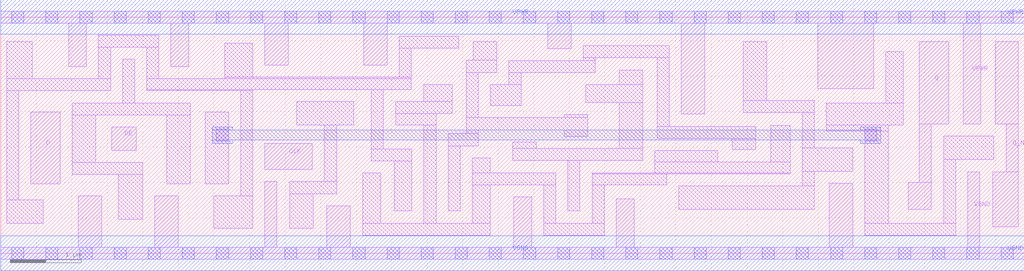
<source format=lef>
# Copyright 2020 The SkyWater PDK Authors
#
# Licensed under the Apache License, Version 2.0 (the "License");
# you may not use this file except in compliance with the License.
# You may obtain a copy of the License at
#
#     https://www.apache.org/licenses/LICENSE-2.0
#
# Unless required by applicable law or agreed to in writing, software
# distributed under the License is distributed on an "AS IS" BASIS,
# WITHOUT WARRANTIES OR CONDITIONS OF ANY KIND, either express or implied.
# See the License for the specific language governing permissions and
# limitations under the License.
#
# SPDX-License-Identifier: Apache-2.0

VERSION 5.7 ;
  NAMESCASESENSITIVE ON ;
  NOWIREEXTENSIONATPIN ON ;
  DIVIDERCHAR "/" ;
  BUSBITCHARS "[]" ;
UNITS
  DATABASE MICRONS 200 ;
END UNITS
MACRO sky130_fd_sc_ls__edfxbp_1
  CLASS CORE ;
  SOURCE USER ;
  FOREIGN sky130_fd_sc_ls__edfxbp_1 ;
  ORIGIN  0.000000  0.000000 ;
  SIZE  14.40000 BY  3.330000 ;
  SYMMETRY X Y ;
  SITE unit ;
  PIN D
    ANTENNAGATEAREA  0.126000 ;
    DIRECTION INPUT ;
    USE SIGNAL ;
    PORT
      LAYER li1 ;
        RECT 0.425000 0.980000 0.835000 1.990000 ;
    END
  END D
  PIN DE
    ANTENNAGATEAREA  0.285000 ;
    DIRECTION INPUT ;
    USE SIGNAL ;
    PORT
      LAYER li1 ;
        RECT 1.565000 1.450000 1.905000 1.780000 ;
    END
  END DE
  PIN Q
    ANTENNADIFFAREA  0.541300 ;
    DIRECTION OUTPUT ;
    USE SIGNAL ;
    PORT
      LAYER li1 ;
        RECT 12.765000 0.620000 13.095000 1.000000 ;
        RECT 12.925000 1.000000 13.095000 1.820000 ;
        RECT 12.925000 1.820000 13.340000 2.980000 ;
    END
  END Q
  PIN Q_N
    ANTENNADIFFAREA  0.541300 ;
    DIRECTION OUTPUT ;
    USE SIGNAL ;
    PORT
      LAYER li1 ;
        RECT 13.955000 0.370000 14.315000 1.150000 ;
        RECT 13.990000 1.820000 14.315000 2.980000 ;
        RECT 14.145000 1.150000 14.315000 1.820000 ;
    END
  END Q_N
  PIN CLK
    ANTENNAGATEAREA  0.279000 ;
    DIRECTION INPUT ;
    USE CLOCK ;
    PORT
      LAYER li1 ;
        RECT 3.715000 1.180000 4.385000 1.550000 ;
    END
  END CLK
  PIN VGND
    DIRECTION INOUT ;
    SHAPE ABUTMENT ;
    USE GROUND ;
    PORT
      LAYER li1 ;
        RECT  0.000000 -0.085000 14.400000 0.085000 ;
        RECT  1.090000  0.085000  1.420000 0.810000 ;
        RECT  2.170000  0.085000  2.500000 0.810000 ;
        RECT  3.715000  0.085000  3.885000 1.010000 ;
        RECT  4.585000  0.085000  4.915000 0.670000 ;
        RECT  7.220000  0.085000  7.470000 0.795000 ;
        RECT  8.660000  0.085000  8.910000 0.770000 ;
        RECT 11.655000  0.085000 11.985000 0.985000 ;
        RECT 13.605000  0.085000 13.775000 1.150000 ;
      LAYER mcon ;
        RECT  0.155000 -0.085000  0.325000 0.085000 ;
        RECT  0.635000 -0.085000  0.805000 0.085000 ;
        RECT  1.115000 -0.085000  1.285000 0.085000 ;
        RECT  1.595000 -0.085000  1.765000 0.085000 ;
        RECT  2.075000 -0.085000  2.245000 0.085000 ;
        RECT  2.555000 -0.085000  2.725000 0.085000 ;
        RECT  3.035000 -0.085000  3.205000 0.085000 ;
        RECT  3.515000 -0.085000  3.685000 0.085000 ;
        RECT  3.995000 -0.085000  4.165000 0.085000 ;
        RECT  4.475000 -0.085000  4.645000 0.085000 ;
        RECT  4.955000 -0.085000  5.125000 0.085000 ;
        RECT  5.435000 -0.085000  5.605000 0.085000 ;
        RECT  5.915000 -0.085000  6.085000 0.085000 ;
        RECT  6.395000 -0.085000  6.565000 0.085000 ;
        RECT  6.875000 -0.085000  7.045000 0.085000 ;
        RECT  7.355000 -0.085000  7.525000 0.085000 ;
        RECT  7.835000 -0.085000  8.005000 0.085000 ;
        RECT  8.315000 -0.085000  8.485000 0.085000 ;
        RECT  8.795000 -0.085000  8.965000 0.085000 ;
        RECT  9.275000 -0.085000  9.445000 0.085000 ;
        RECT  9.755000 -0.085000  9.925000 0.085000 ;
        RECT 10.235000 -0.085000 10.405000 0.085000 ;
        RECT 10.715000 -0.085000 10.885000 0.085000 ;
        RECT 11.195000 -0.085000 11.365000 0.085000 ;
        RECT 11.675000 -0.085000 11.845000 0.085000 ;
        RECT 12.155000 -0.085000 12.325000 0.085000 ;
        RECT 12.635000 -0.085000 12.805000 0.085000 ;
        RECT 13.115000 -0.085000 13.285000 0.085000 ;
        RECT 13.595000 -0.085000 13.765000 0.085000 ;
        RECT 14.075000 -0.085000 14.245000 0.085000 ;
      LAYER met1 ;
        RECT 0.000000 -0.245000 14.400000 0.245000 ;
    END
  END VGND
  PIN VPWR
    DIRECTION INOUT ;
    SHAPE ABUTMENT ;
    USE POWER ;
    PORT
      LAYER li1 ;
        RECT  0.000000 3.245000 14.400000 3.415000 ;
        RECT  0.955000 2.630000  1.205000 3.245000 ;
        RECT  2.395000 2.630000  2.645000 3.245000 ;
        RECT  3.715000 2.650000  4.045000 3.245000 ;
        RECT  5.105000 2.650000  5.435000 3.245000 ;
        RECT  7.695000 2.885000  8.025000 3.245000 ;
        RECT  9.575000 1.960000  9.905000 3.245000 ;
        RECT 11.495000 2.325000 12.280000 3.245000 ;
        RECT 13.540000 1.820000 13.790000 3.245000 ;
      LAYER mcon ;
        RECT  0.155000 3.245000  0.325000 3.415000 ;
        RECT  0.635000 3.245000  0.805000 3.415000 ;
        RECT  1.115000 3.245000  1.285000 3.415000 ;
        RECT  1.595000 3.245000  1.765000 3.415000 ;
        RECT  2.075000 3.245000  2.245000 3.415000 ;
        RECT  2.555000 3.245000  2.725000 3.415000 ;
        RECT  3.035000 3.245000  3.205000 3.415000 ;
        RECT  3.515000 3.245000  3.685000 3.415000 ;
        RECT  3.995000 3.245000  4.165000 3.415000 ;
        RECT  4.475000 3.245000  4.645000 3.415000 ;
        RECT  4.955000 3.245000  5.125000 3.415000 ;
        RECT  5.435000 3.245000  5.605000 3.415000 ;
        RECT  5.915000 3.245000  6.085000 3.415000 ;
        RECT  6.395000 3.245000  6.565000 3.415000 ;
        RECT  6.875000 3.245000  7.045000 3.415000 ;
        RECT  7.355000 3.245000  7.525000 3.415000 ;
        RECT  7.835000 3.245000  8.005000 3.415000 ;
        RECT  8.315000 3.245000  8.485000 3.415000 ;
        RECT  8.795000 3.245000  8.965000 3.415000 ;
        RECT  9.275000 3.245000  9.445000 3.415000 ;
        RECT  9.755000 3.245000  9.925000 3.415000 ;
        RECT 10.235000 3.245000 10.405000 3.415000 ;
        RECT 10.715000 3.245000 10.885000 3.415000 ;
        RECT 11.195000 3.245000 11.365000 3.415000 ;
        RECT 11.675000 3.245000 11.845000 3.415000 ;
        RECT 12.155000 3.245000 12.325000 3.415000 ;
        RECT 12.635000 3.245000 12.805000 3.415000 ;
        RECT 13.115000 3.245000 13.285000 3.415000 ;
        RECT 13.595000 3.245000 13.765000 3.415000 ;
        RECT 14.075000 3.245000 14.245000 3.415000 ;
      LAYER met1 ;
        RECT 0.000000 3.085000 14.400000 3.575000 ;
    END
  END VPWR
  OBS
    LAYER li1 ;
      RECT  0.085000 0.420000  0.600000 0.750000 ;
      RECT  0.085000 0.750000  0.255000 2.290000 ;
      RECT  0.085000 2.290000  1.545000 2.460000 ;
      RECT  0.085000 2.460000  0.445000 2.980000 ;
      RECT  1.005000 1.110000  2.000000 1.280000 ;
      RECT  1.005000 1.280000  1.335000 1.950000 ;
      RECT  1.005000 1.950000  2.665000 2.120000 ;
      RECT  1.375000 2.460000  1.545000 2.905000 ;
      RECT  1.375000 2.905000  2.225000 3.075000 ;
      RECT  1.650000 0.480000  2.000000 1.110000 ;
      RECT  1.715000 2.120000  1.885000 2.735000 ;
      RECT  2.055000 2.290000  3.545000 2.310000 ;
      RECT  2.055000 2.310000  5.775000 2.460000 ;
      RECT  2.055000 2.460000  2.225000 2.905000 ;
      RECT  2.335000 0.980000  2.665000 1.950000 ;
      RECT  2.875000 0.980000  3.205000 1.990000 ;
      RECT  3.000000 0.350000  3.545000 0.810000 ;
      RECT  3.155000 2.460000  5.775000 2.480000 ;
      RECT  3.155000 2.480000  3.545000 2.960000 ;
      RECT  3.375000 0.810000  3.545000 2.290000 ;
      RECT  4.065000 0.350000  4.395000 0.840000 ;
      RECT  4.065000 0.840000  4.725000 1.010000 ;
      RECT  4.165000 1.810000  4.965000 2.140000 ;
      RECT  4.555000 1.010000  4.725000 1.810000 ;
      RECT  5.095000 0.255000  6.885000 0.425000 ;
      RECT  5.095000 0.425000  5.345000 1.130000 ;
      RECT  5.215000 1.300000  5.785000 1.470000 ;
      RECT  5.215000 1.470000  5.385000 2.310000 ;
      RECT  5.535000 0.595000  5.785000 1.300000 ;
      RECT  5.555000 1.810000  6.125000 1.970000 ;
      RECT  5.555000 1.970000  6.355000 2.140000 ;
      RECT  5.605000 2.480000  5.775000 2.890000 ;
      RECT  5.605000 2.890000  6.445000 3.060000 ;
      RECT  5.955000 0.425000  6.125000 1.810000 ;
      RECT  5.955000 2.140000  6.355000 2.380000 ;
      RECT  6.295000 0.595000  6.465000 1.515000 ;
      RECT  6.295000 1.515000  6.720000 1.685000 ;
      RECT  6.550000 1.685000  6.720000 1.740000 ;
      RECT  6.550000 1.740000  8.260000 1.910000 ;
      RECT  6.550000 1.910000  6.720000 2.550000 ;
      RECT  6.550000 2.550000  6.980000 2.720000 ;
      RECT  6.635000 0.425000  6.885000 0.965000 ;
      RECT  6.635000 0.965000  7.810000 1.135000 ;
      RECT  6.635000 1.135000  6.885000 1.345000 ;
      RECT  6.650000 2.720000  6.980000 2.980000 ;
      RECT  6.890000 2.080000  7.320000 2.380000 ;
      RECT  7.150000 2.380000  7.320000 2.545000 ;
      RECT  7.150000 2.545000  8.365000 2.715000 ;
      RECT  7.205000 1.305000  9.030000 1.475000 ;
      RECT  7.205000 1.475000  7.535000 1.570000 ;
      RECT  7.640000 0.255000  8.490000 0.425000 ;
      RECT  7.640000 0.425000  7.810000 0.965000 ;
      RECT  7.930000 1.645000  8.260000 1.740000 ;
      RECT  7.930000 1.910000  8.260000 1.955000 ;
      RECT  7.980000 0.595000  8.150000 1.305000 ;
      RECT  8.195000 2.715000  8.365000 2.755000 ;
      RECT  8.195000 2.755000  9.405000 2.925000 ;
      RECT  8.230000 2.125000  9.030000 2.375000 ;
      RECT  8.320000 0.425000  8.490000 0.965000 ;
      RECT  8.320000 0.965000  9.370000 1.120000 ;
      RECT  8.320000 1.120000 11.105000 1.135000 ;
      RECT  8.700000 1.475000  9.030000 2.125000 ;
      RECT  8.700000 2.375000  9.030000 2.585000 ;
      RECT  9.200000 1.135000 11.105000 1.290000 ;
      RECT  9.200000 1.290000 10.085000 1.450000 ;
      RECT  9.235000 1.620000 10.625000 1.790000 ;
      RECT  9.235000 1.790000  9.405000 2.755000 ;
      RECT  9.540000 0.620000 11.445000 0.950000 ;
      RECT 10.295000 1.460000 10.625000 1.620000 ;
      RECT 10.445000 1.985000 11.445000 2.155000 ;
      RECT 10.445000 2.155000 10.775000 2.980000 ;
      RECT 10.835000 1.290000 11.105000 1.800000 ;
      RECT 11.275000 0.950000 11.445000 1.155000 ;
      RECT 11.275000 1.155000 11.985000 1.485000 ;
      RECT 11.275000 1.485000 11.445000 1.985000 ;
      RECT 11.615000 1.725000 12.485000 1.805000 ;
      RECT 11.615000 1.805000 12.700000 2.120000 ;
      RECT 12.155000 0.255000 13.435000 0.425000 ;
      RECT 12.155000 0.425000 12.485000 1.725000 ;
      RECT 12.450000 2.120000 12.700000 2.845000 ;
      RECT 13.265000 0.425000 13.435000 1.320000 ;
      RECT 13.265000 1.320000 13.975000 1.650000 ;
    LAYER mcon ;
      RECT  3.035000 1.580000  3.205000 1.750000 ;
      RECT 12.155000 1.580000 12.325000 1.750000 ;
    LAYER met1 ;
      RECT  2.975000 1.550000  3.265000 1.595000 ;
      RECT  2.975000 1.595000 12.385000 1.735000 ;
      RECT  2.975000 1.735000  3.265000 1.780000 ;
      RECT 12.095000 1.550000 12.385000 1.595000 ;
      RECT 12.095000 1.735000 12.385000 1.780000 ;
  END
END sky130_fd_sc_ls__edfxbp_1

</source>
